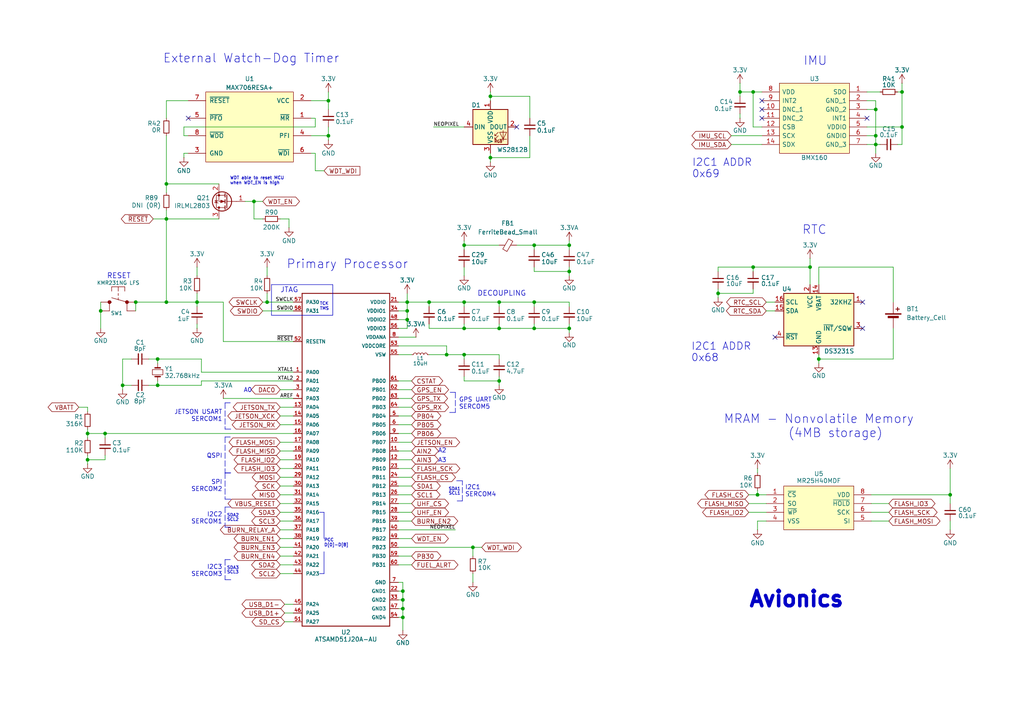
<source format=kicad_sch>
(kicad_sch (version 20231120) (generator "eeschema") (generator_version "8.0")
  (paper "A4")
  (title_block (title "Mainboard") (date "2024-06-16") (rev "v1.1") (company "Argus-1") (comment 1 "M. Holliday") (comment 2 "N. Khera"))
  (junction (at 29.21 90.17))
  (junction (at 144.78 87.63))
  (junction (at 39.37 87.63))
  (junction (at 57.15 87.63))
  (junction (at 208.28 85.09))
  (junction (at 134.62 95.25))
  (junction (at 48.26 63.5))
  (junction (at 116.84 173.99))
  (junction (at 275.59 143.51))
  (junction (at 45.72 104.14))
  (junction (at 25.4 125.73))
  (junction (at 77.47 87.63))
  (junction (at 73.66 58.42))
  (junction (at 214.63 26.67))
  (junction (at 48.26 53.34))
  (junction (at 165.1 71.12))
  (junction (at 237.49 104.14))
  (junction (at 30.48 125.73))
  (junction (at 142.24 27.94))
  (junction (at 219.71 143.51))
  (junction (at 48.26 87.63))
  (junction (at 165.1 78.74))
  (junction (at 261.62 26.67))
  (junction (at 137.16 158.75))
  (junction (at 218.44 77.47))
  (junction (at 144.78 110.49))
  (junction (at 154.94 71.12))
  (junction (at 165.1 95.25))
  (junction (at 144.78 95.25))
  (junction (at 254 39.37))
  (junction (at 134.62 102.87))
  (junction (at 142.24 45.72))
  (junction (at 234.95 77.47))
  (junction (at 218.44 26.67))
  (junction (at 134.62 87.63))
  (junction (at 129.54 102.87))
  (junction (at 134.62 71.12))
  (junction (at 118.11 90.17))
  (junction (at 154.94 95.25))
  (junction (at 254 41.91))
  (junction (at 45.72 111.76))
  (junction (at 254 31.75))
  (junction (at 116.84 179.07))
  (junction (at 261.62 36.83))
  (junction (at 116.84 176.53))
  (junction (at 116.84 171.45))
  (junction (at 95.25 29.21))
  (junction (at 95.25 39.37))
  (junction (at 25.4 133.35))
  (junction (at 118.11 92.71))
  (junction (at 154.94 87.63))
  (junction (at 124.46 87.63))
  (junction (at 35.56 111.76))
  (junction (at 118.11 87.63))
  (no_connect (at 251.46 34.29))
  (no_connect (at 220.98 34.29))
  (no_connect (at 220.98 31.75))
  (no_connect (at 224.79 97.79))
  (no_connect (at 250.19 87.63))
  (no_connect (at 149.86 36.83))
  (no_connect (at 250.19 95.25))
  (no_connect (at 220.98 29.21))
  (no_connect (at 54.61 34.29))
  (wire (pts (xy 222.25 87.63) (xy 224.79 87.63)))
  (wire (pts (xy 115.57 171.45) (xy 116.84 171.45)))
  (wire (pts (xy 217.17 146.05) (xy 222.25 146.05)))
  (wire (pts (xy 124.46 88.9) (xy 124.46 87.63)))
  (polyline (pts (xy 66.802 137.16) (xy 65.278 137.16)) (stroke (width 0) (type dash)))
  (wire (pts (xy 45.72 104.14) (xy 58.42 104.14)))
  (wire (pts (xy 275.59 143.51) (xy 275.59 146.05)))
  (wire (pts (xy 219.71 143.51) (xy 222.25 143.51)))
  (wire (pts (xy 76.2 87.63) (xy 77.47 87.63)))
  (wire (pts (xy 95.25 40.64) (xy 95.25 39.37)))
  (wire (pts (xy 257.81 151.13) (xy 252.73 151.13)))
  (wire (pts (xy 73.66 58.42) (xy 73.66 63.5)))
  (wire (pts (xy 261.62 26.67) (xy 261.62 36.83)))
  (wire (pts (xy 115.57 143.51) (xy 119.38 143.51)))
  (wire (pts (xy 81.28 146.05) (xy 85.09 146.05)))
  (wire (pts (xy 115.57 133.35) (xy 119.38 133.35)))
  (wire (pts (xy 208.28 77.47) (xy 218.44 77.47)))
  (wire (pts (xy 115.57 115.57) (xy 119.38 115.57)))
  (wire (pts (xy 115.57 146.05) (xy 119.38 146.05)))
  (wire (pts (xy 134.62 93.98) (xy 134.62 95.25)))
  (wire (pts (xy 77.47 77.47) (xy 77.47 80.01)))
  (wire (pts (xy 214.63 24.13) (xy 214.63 26.67)))
  (polyline (pts (xy 65.278 168.148) (xy 67.056 168.148)) (stroke (width 0) (type dash)))
  (wire (pts (xy 219.71 142.24) (xy 219.71 143.51)))
  (wire (pts (xy 208.28 86.36) (xy 208.28 85.09)))
  (wire (pts (xy 154.94 71.12) (xy 165.1 71.12)))
  (wire (pts (xy 144.78 71.12) (xy 134.62 71.12)))
  (wire (pts (xy 219.71 135.89) (xy 219.71 137.16)))
  (wire (pts (xy 144.78 87.63) (xy 154.94 87.63)))
  (wire (pts (xy 144.78 95.25) (xy 144.78 93.98)))
  (wire (pts (xy 81.28 63.5) (xy 83.82 63.5)))
  (wire (pts (xy 218.44 26.67) (xy 220.98 26.67)))
  (wire (pts (xy 124.46 87.63) (xy 134.62 87.63)))
  (wire (pts (xy 118.11 90.17) (xy 118.11 87.63)))
  (wire (pts (xy 25.4 124.46) (xy 25.4 125.73)))
  (wire (pts (xy 76.2 90.17) (xy 85.09 90.17)))
  (wire (pts (xy 54.61 29.21) (xy 48.26 29.21)))
  (wire (pts (xy 35.56 104.14) (xy 35.56 111.76)))
  (wire (pts (xy 64.77 99.06) (xy 64.77 87.63)))
  (wire (pts (xy 57.15 77.47) (xy 57.15 80.01)))
  (wire (pts (xy 48.26 60.96) (xy 48.26 63.5)))
  (wire (pts (xy 254 41.91) (xy 254 44.45)))
  (wire (pts (xy 259.08 77.47) (xy 259.08 87.63)))
  (wire (pts (xy 165.1 69.85) (xy 165.1 71.12)))
  (wire (pts (xy 57.15 88.9) (xy 57.15 87.63)))
  (wire (pts (xy 63.5 63.5) (xy 48.26 63.5)))
  (wire (pts (xy 252.73 143.51) (xy 275.59 143.51)))
  (wire (pts (xy 237.49 82.55) (xy 237.49 77.47)))
  (wire (pts (xy 25.4 118.11) (xy 22.86 118.11)))
  (wire (pts (xy 91.44 44.45) (xy 90.17 44.45)))
  (wire (pts (xy 81.28 166.37) (xy 85.09 166.37)))
  (wire (pts (xy 35.56 104.14) (xy 38.1 104.14)))
  (wire (pts (xy 134.62 88.9) (xy 134.62 87.63)))
  (wire (pts (xy 119.38 113.03) (xy 115.57 113.03)))
  (wire (pts (xy 119.38 110.49) (xy 115.57 110.49)))
  (wire (pts (xy 45.72 110.49) (xy 45.72 111.76)))
  (wire (pts (xy 153.67 39.37) (xy 153.67 45.72)))
  (wire (pts (xy 257.81 146.05) (xy 252.73 146.05)))
  (polyline (pts (xy 66.802 126.746) (xy 65.278 126.746)) (stroke (width 0) (type dash)))
  (wire (pts (xy 116.84 168.91) (xy 116.84 171.45)))
  (wire (pts (xy 153.67 45.72) (xy 142.24 45.72)))
  (wire (pts (xy 165.1 87.63) (xy 165.1 88.9)))
  (wire (pts (xy 134.62 71.12) (xy 134.62 72.39)))
  (wire (pts (xy 118.11 92.71) (xy 118.11 90.17)))
  (wire (pts (xy 58.42 107.95) (xy 85.09 107.95)))
  (wire (pts (xy 153.67 27.94) (xy 142.24 27.94)))
  (wire (pts (xy 261.62 41.91) (xy 260.35 41.91)))
  (polyline (pts (xy 65.278 124.46) (xy 67.056 124.46)) (stroke (width 0) (type dash)))
  (wire (pts (xy 251.46 41.91) (xy 254 41.91)))
  (wire (pts (xy 85.09 177.8) (xy 82.55 177.8)))
  (wire (pts (xy 153.67 27.94) (xy 153.67 34.29)))
  (wire (pts (xy 85.09 135.89) (xy 81.28 135.89)))
  (wire (pts (xy 154.94 71.12) (xy 154.94 72.39)))
  (wire (pts (xy 154.94 78.74) (xy 154.94 77.47)))
  (wire (pts (xy 251.46 31.75) (xy 254 31.75)))
  (wire (pts (xy 251.46 26.67) (xy 255.27 26.67)))
  (wire (pts (xy 115.57 148.59) (xy 119.38 148.59)))
  (wire (pts (xy 154.94 95.25) (xy 165.1 95.25)))
  (wire (pts (xy 25.4 132.08) (xy 25.4 133.35)))
  (wire (pts (xy 63.5 53.34) (xy 48.26 53.34)))
  (wire (pts (xy 91.44 49.53) (xy 91.44 44.45)))
  (wire (pts (xy 208.28 83.82) (xy 208.28 85.09)))
  (polyline (pts (xy 65.278 137.16) (xy 67.056 137.16)) (stroke (width 0) (type dash)))
  (wire (pts (xy 137.16 158.75) (xy 139.7 158.75)))
  (wire (pts (xy 118.11 87.63) (xy 124.46 87.63)))
  (wire (pts (xy 134.62 77.47) (xy 134.62 80.01)))
  (wire (pts (xy 165.1 78.74) (xy 154.94 78.74)))
  (wire (pts (xy 115.57 97.79) (xy 120.65 97.79)))
  (wire (pts (xy 217.17 148.59) (xy 222.25 148.59)))
  (wire (pts (xy 134.62 102.87) (xy 134.62 104.14)))
  (wire (pts (xy 222.25 151.13) (xy 219.71 151.13)))
  (wire (pts (xy 134.62 110.49) (xy 134.62 109.22)))
  (wire (pts (xy 81.28 163.83) (xy 85.09 163.83)))
  (wire (pts (xy 85.09 113.03) (xy 81.28 113.03)))
  (polyline (pts (xy 65.278 152.908) (xy 67.056 152.908)) (stroke (width 0) (type dash)))
  (wire (pts (xy 118.11 87.63) (xy 118.11 85.09)))
  (wire (pts (xy 129.54 100.33) (xy 129.54 102.87)))
  (wire (pts (xy 218.44 77.47) (xy 218.44 78.74)))
  (wire (pts (xy 217.17 143.51) (xy 219.71 143.51)))
  (wire (pts (xy 81.28 148.59) (xy 85.09 148.59)))
  (wire (pts (xy 134.62 95.25) (xy 144.78 95.25)))
  (wire (pts (xy 212.09 41.91) (xy 220.98 41.91)))
  (wire (pts (xy 64.77 99.06) (xy 85.09 99.06)))
  (wire (pts (xy 81.28 140.97) (xy 85.09 140.97)))
  (polyline (pts (xy 92.71 148.59) (xy 93.98 148.59)))
  (wire (pts (xy 77.47 87.63) (xy 85.09 87.63)))
  (wire (pts (xy 254 31.75) (xy 254 39.37)))
  (wire (pts (xy 261.62 24.13) (xy 261.62 26.67)))
  (wire (pts (xy 35.56 113.03) (xy 35.56 111.76)))
  (wire (pts (xy 119.38 138.43) (xy 115.57 138.43)))
  (wire (pts (xy 115.57 130.81) (xy 119.38 130.81)))
  (wire (pts (xy 251.46 36.83) (xy 261.62 36.83)))
  (wire (pts (xy 45.72 104.14) (xy 45.72 105.41)))
  (wire (pts (xy 142.24 45.72) (xy 142.24 44.45)))
  (wire (pts (xy 81.28 130.81) (xy 85.09 130.81)))
  (wire (pts (xy 144.78 102.87) (xy 144.78 104.14)))
  (wire (pts (xy 115.57 151.13) (xy 119.38 151.13)))
  (wire (pts (xy 81.28 153.67) (xy 85.09 153.67)))
  (wire (pts (xy 116.84 179.07) (xy 116.84 182.88)))
  (wire (pts (xy 116.84 173.99) (xy 116.84 176.53)))
  (wire (pts (xy 30.48 127) (xy 30.48 125.73)))
  (wire (pts (xy 260.35 26.67) (xy 261.62 26.67)))
  (wire (pts (xy 39.37 87.63) (xy 39.37 90.17)))
  (wire (pts (xy 257.81 148.59) (xy 252.73 148.59)))
  (wire (pts (xy 119.38 128.27) (xy 115.57 128.27)))
  (wire (pts (xy 53.34 39.37) (xy 54.61 39.37)))
  (wire (pts (xy 219.71 151.13) (xy 219.71 153.67)))
  (wire (pts (xy 154.94 93.98) (xy 154.94 95.25)))
  (wire (pts (xy 57.15 93.98) (xy 57.15 95.25)))
  (polyline (pts (xy 66.802 116.84) (xy 65.278 116.84)) (stroke (width 0) (type dash)))
  (wire (pts (xy 142.24 45.72) (xy 142.24 46.99)))
  (wire (pts (xy 220.98 36.83) (xy 218.44 36.83)))
  (wire (pts (xy 25.4 125.73) (xy 30.48 125.73)))
  (wire (pts (xy 116.84 176.53) (xy 116.84 179.07)))
  (wire (pts (xy 149.86 71.12) (xy 154.94 71.12)))
  (polyline (pts (xy 134.112 139.446) (xy 132.334 139.446)) (stroke (width 0) (type dash)))
  (polyline (pts (xy 65.278 147.066) (xy 65.278 152.908)) (stroke (width 0) (type dash)))
  (wire (pts (xy 90.17 39.37) (xy 95.25 39.37)))
  (wire (pts (xy 134.62 69.85) (xy 134.62 71.12)))
  (wire (pts (xy 259.08 95.25) (xy 259.08 104.14)))
  (wire (pts (xy 144.78 111.76) (xy 144.78 110.49)))
  (wire (pts (xy 30.48 133.35) (xy 30.48 132.08)))
  (wire (pts (xy 77.47 85.09) (xy 77.47 87.63)))
  (wire (pts (xy 29.21 87.63) (xy 29.21 90.17)))
  (polyline (pts (xy 65.278 162.306) (xy 65.278 168.148)) (stroke (width 0) (type dash)))
  (wire (pts (xy 90.17 34.29) (xy 91.44 34.29)))
  (wire (pts (xy 237.49 77.47) (xy 259.08 77.47)))
  (wire (pts (xy 115.57 173.99) (xy 116.84 173.99)))
  (wire (pts (xy 218.44 36.83) (xy 218.44 26.67)))
  (wire (pts (xy 43.18 104.14) (xy 45.72 104.14)))
  (wire (pts (xy 48.26 53.34) (xy 48.26 55.88)))
  (wire (pts (xy 275.59 135.89) (xy 275.59 143.51)))
  (polyline (pts (xy 130.556 113.792) (xy 132.08 113.792)) (stroke (width 0) (type dash)))
  (polyline (pts (xy 65.278 116.84) (xy 65.278 124.46)) (stroke (width 0) (type dash)))
  (wire (pts (xy 154.94 87.63) (xy 165.1 87.63)))
  (wire (pts (xy 254 39.37) (xy 254 41.91)))
  (wire (pts (xy 237.49 105.41) (xy 237.49 104.14)))
  (wire (pts (xy 57.15 85.09) (xy 57.15 87.63)))
  (wire (pts (xy 144.78 109.22) (xy 144.78 110.49)))
  (wire (pts (xy 115.57 163.83) (xy 119.38 163.83)))
  (wire (pts (xy 259.08 104.14) (xy 237.49 104.14)))
  (wire (pts (xy 251.46 29.21) (xy 254 29.21)))
  (wire (pts (xy 234.95 77.47) (xy 234.95 82.55)))
  (wire (pts (xy 29.21 90.17) (xy 29.21 95.25)))
  (wire (pts (xy 48.26 87.63) (xy 57.15 87.63)))
  (polyline (pts (xy 93.98 166.37) (xy 93.98 160.02)))
  (wire (pts (xy 48.26 39.37) (xy 48.26 53.34)))
  (polyline (pts (xy 134.112 145.288) (xy 134.112 139.446)) (stroke (width 0) (type dash)))
  (wire (pts (xy 53.34 39.37) (xy 53.34 36.83)))
  (wire (pts (xy 115.57 123.19) (xy 119.38 123.19)))
  (wire (pts (xy 53.34 45.72) (xy 53.34 44.45)))
  (wire (pts (xy 58.42 104.14) (xy 58.42 107.95)))
  (wire (pts (xy 165.1 77.47) (xy 165.1 78.74)))
  (wire (pts (xy 218.44 83.82) (xy 218.44 85.09)))
  (wire (pts (xy 115.57 120.65) (xy 119.38 120.65)))
  (wire (pts (xy 85.09 175.26) (xy 82.55 175.26)))
  (wire (pts (xy 129.54 102.87) (xy 134.62 102.87)))
  (wire (pts (xy 115.57 156.21) (xy 119.38 156.21)))
  (wire (pts (xy 115.57 100.33) (xy 129.54 100.33)))
  (wire (pts (xy 81.28 151.13) (xy 85.09 151.13)))
  (wire (pts (xy 261.62 36.83) (xy 261.62 41.91)))
  (wire (pts (xy 44.45 63.5) (xy 48.26 63.5)))
  (wire (pts (xy 115.57 161.29) (xy 119.38 161.29)))
  (wire (pts (xy 165.1 78.74) (xy 165.1 80.01)))
  (wire (pts (xy 91.44 49.53) (xy 93.98 49.53)))
  (polyline (pts (xy 93.98 148.59) (xy 93.98 156.21)))
  (polyline (pts (xy 132.08 119.634) (xy 130.302 119.634)) (stroke (width 0) (type dash)))
  (wire (pts (xy 82.55 180.34) (xy 85.09 180.34)))
  (polyline (pts (xy 78.74 82.55) (xy 78.74 91.44)))
  (wire (pts (xy 25.4 133.35) (xy 30.48 133.35)))
  (wire (pts (xy 115.57 118.11) (xy 119.38 118.11)))
  (wire (pts (xy 234.95 74.93) (xy 234.95 77.47)))
  (wire (pts (xy 134.62 87.63) (xy 144.78 87.63)))
  (polyline (pts (xy 96.52 82.55) (xy 78.74 82.55)))
  (wire (pts (xy 118.11 95.25) (xy 118.11 92.71)))
  (wire (pts (xy 208.28 85.09) (xy 218.44 85.09)))
  (wire (pts (xy 95.25 36.83) (xy 95.25 39.37)))
  (wire (pts (xy 58.42 111.76) (xy 58.42 110.49)))
  (wire (pts (xy 115.57 153.67) (xy 132.08 153.67)))
  (wire (pts (xy 165.1 96.52) (xy 165.1 95.25)))
  (polyline (pts (xy 92.71 166.37) (xy 93.98 166.37)))
  (wire (pts (xy 134.62 110.49) (xy 144.78 110.49)))
  (wire (pts (xy 81.28 143.51) (xy 85.09 143.51)))
  (polyline (pts (xy 66.802 147.066) (xy 65.278 147.066)) (stroke (width 0) (type dash)))
  (wire (pts (xy 119.38 135.89) (xy 115.57 135.89)))
  (wire (pts (xy 134.62 95.25) (xy 124.46 95.25)))
  (polyline (pts (xy 132.08 113.792) (xy 132.08 119.634)) (stroke (width 0) (type dash)))
  (wire (pts (xy 95.25 26.67) (xy 95.25 29.21)))
  (polyline (pts (xy 65.278 144.78) (xy 67.056 144.78)) (stroke (width 0) (type dash)))
  (wire (pts (xy 115.57 90.17) (xy 118.11 90.17)))
  (wire (pts (xy 57.15 87.63) (xy 64.77 87.63)))
  (wire (pts (xy 115.57 125.73) (xy 119.38 125.73)))
  (wire (pts (xy 116.84 171.45) (xy 116.84 173.99)))
  (wire (pts (xy 53.34 44.45) (xy 54.61 44.45)))
  (wire (pts (xy 214.63 26.67) (xy 218.44 26.67)))
  (wire (pts (xy 45.72 111.76) (xy 58.42 111.76)))
  (wire (pts (xy 81.28 123.19) (xy 85.09 123.19)))
  (wire (pts (xy 64.77 115.57) (xy 85.09 115.57)))
  (wire (pts (xy 81.28 120.65) (xy 85.09 120.65)))
  (wire (pts (xy 254 29.21) (xy 254 31.75)))
  (wire (pts (xy 137.16 166.37) (xy 137.16 168.91)))
  (wire (pts (xy 30.48 125.73) (xy 85.09 125.73)))
  (wire (pts (xy 165.1 71.12) (xy 165.1 72.39)))
  (wire (pts (xy 115.57 158.75) (xy 137.16 158.75)))
  (wire (pts (xy 115.57 168.91) (xy 116.84 168.91)))
  (wire (pts (xy 154.94 88.9) (xy 154.94 87.63)))
  (wire (pts (xy 53.34 36.83) (xy 91.44 36.83)))
  (wire (pts (xy 81.28 128.27) (xy 85.09 128.27)))
  (wire (pts (xy 165.1 93.98) (xy 165.1 95.25)))
  (polyline (pts (xy 66.802 162.306) (xy 65.278 162.306)) (stroke (width 0) (type dash)))
  (wire (pts (xy 73.66 58.42) (xy 76.2 58.42)))
  (wire (pts (xy 124.46 102.87) (xy 129.54 102.87)))
  (polyline (pts (xy 132.588 145.288) (xy 134.112 145.288)) (stroke (width 0) (type dash)))
  (wire (pts (xy 91.44 36.83) (xy 91.44 34.29)))
  (wire (pts (xy 81.28 138.43) (xy 85.09 138.43)))
  (wire (pts (xy 237.49 102.87) (xy 237.49 104.14)))
  (wire (pts (xy 124.46 93.98) (xy 124.46 95.25)))
  (wire (pts (xy 115.57 95.25) (xy 118.11 95.25)))
  (wire (pts (xy 115.57 176.53) (xy 116.84 176.53)))
  (wire (pts (xy 142.24 27.94) (xy 142.24 29.21)))
  (wire (pts (xy 115.57 179.07) (xy 116.84 179.07)))
  (wire (pts (xy 115.57 87.63) (xy 118.11 87.63)))
  (wire (pts (xy 48.26 63.5) (xy 48.26 87.63)))
  (wire (pts (xy 83.82 63.5) (xy 83.82 66.04)))
  (wire (pts (xy 43.18 111.76) (xy 45.72 111.76)))
  (wire (pts (xy 85.09 161.29) (xy 81.28 161.29)))
  (wire (pts (xy 214.63 33.02) (xy 214.63 34.29)))
  (wire (pts (xy 90.17 29.21) (xy 95.25 29.21)))
  (wire (pts (xy 39.37 87.63) (xy 48.26 87.63)))
  (wire (pts (xy 35.56 111.76) (xy 38.1 111.76)))
  (wire (pts (xy 214.63 27.94) (xy 214.63 26.67)))
  (wire (pts (xy 25.4 125.73) (xy 25.4 127)))
  (wire (pts (xy 85.09 158.75) (xy 81.28 158.75)))
  (wire (pts (xy 25.4 118.11) (xy 25.4 119.38)))
  (wire (pts (xy 58.42 110.49) (xy 85.09 110.49)))
  (wire (pts (xy 48.26 29.21) (xy 48.26 34.29)))
  (polyline (pts (xy 78.74 91.44) (xy 96.52 91.44)))
  (wire (pts (xy 73.66 63.5) (xy 76.2 63.5)))
  (wire (pts (xy 115.57 92.71) (xy 118.11 92.71)))
  (wire (pts (xy 25.4 134.62) (xy 25.4 133.35)))
  (wire (pts (xy 115.57 102.87) (xy 119.38 102.87)))
  (polyline (pts (xy 65.278 126.746) (xy 65.278 137.16)) (stroke (width 0) (type dash)))
  (wire (pts (xy 144.78 88.9) (xy 144.78 87.63)))
  (wire (pts (xy 71.12 58.42) (xy 73.66 58.42)))
  (polyline (pts (xy 65.278 137.16) (xy 65.278 144.78)) (stroke (width 0) (type dash)))
  (wire (pts (xy 275.59 151.13) (xy 275.59 153.67)))
  (wire (pts (xy 115.57 140.97) (xy 119.38 140.97)))
  (wire (pts (xy 81.28 156.21) (xy 85.09 156.21)))
  (wire (pts (xy 81.28 133.35) (xy 85.09 133.35)))
  (wire (pts (xy 251.46 39.37) (xy 254 39.37)))
  (wire (pts (xy 144.78 95.25) (xy 154.94 95.25)))
  (wire (pts (xy 218.44 77.47) (xy 234.95 77.47)))
  (wire (pts (xy 137.16 158.75) (xy 137.16 161.29)))
  (wire (pts (xy 255.27 41.91) (xy 254 41.91)))
  (wire (pts (xy 95.25 29.21) (xy 95.25 31.75)))
  (wire (pts (xy 81.28 118.11) (xy 85.09 118.11)))
  (wire (pts (xy 208.28 78.74) (xy 208.28 77.47)))
  (wire (pts (xy 134.62 102.87) (xy 144.78 102.87)))
  (wire (pts (xy 222.25 90.17) (xy 224.79 90.17)))
  (wire (pts (xy 212.09 39.37) (xy 220.98 39.37)))
  (wire (pts (xy 142.24 26.67) (xy 142.24 27.94)))
  (wire (pts (xy 125.73 36.83) (xy 134.62 36.83)))
  (polyline (pts (xy 96.52 91.44) (xy 96.52 82.55)))
  (text "SDA2" (at 65.786 150.114 0) (effects (font (size 0.889 0.889)) (justify left bottom)))
  (text "A3" (at 128.27 133.604 0) (effects (font (size 1.27 1.27))))
  (text "RTC" (at 236.22 66.802 0) (effects (font (size 2.54 2.54))))
  (text "I2C2\nSERCOM1" (at 64.516 150.368 0) (effects (font (size 1.27 1.27)) (justify right)))
  (text "SDA3" (at 65.786 165.354 0) (effects (font (size 0.889 0.889)) (justify left bottom)))
  (text "Primary Processor" (at 83.058 78.232 0) (effects (font (size 2.54 2.54)) (justify left bottom)))
  (text "SCL3" (at 65.786 166.624 0) (effects (font (size 0.889 0.889)) (justify left bottom)))
  (text "I2C1 ADDR" (at 217.932 101.854 0) (effects (font (size 2.159 2.159)) (justify right bottom)))
  (text "SCL2" (at 65.786 151.384 0) (effects (font (size 0.889 0.889)) (justify left bottom)))
  (text "0x69" (at 208.788 51.816 0) (effects (font (size 2.159 2.159)) (justify right bottom)))
  (text "A2" (at 128.27 130.81 0) (effects (font (size 1.27 1.27))))
  (text "GPS UART\nSERCOM5" (at 133.096 117.094 0) (effects (font (size 1.27 1.27)) (justify left)))
  (text "IMU" (at 236.474 17.78 0) (effects (font (size 2.54 2.54))))
  (text "I2C1\nSERCOM4" (at 134.874 142.494 0) (effects (font (size 1.27 1.27)) (justify left)))
  (text "SPI\nSERCOM2" (at 64.516 140.97 0) (effects (font (size 1.27 1.27)) (justify right)))
  (text "A0" (at 71.882 113.284 0) (effects (font (size 1.27 1.27))))
  (text "RESET" (at 30.988 81.026 0) (effects (font (size 1.4986 1.4986)) (justify left bottom)))
  (text "WDT able to reset MCU\nwhen WDT_EN is high" (at 66.675 53.721 0) (effects (font (size 0.889 0.889)) (justify left bottom)))
  (text "JETSON USART\nSERCOM1" (at 64.516 120.65 0) (effects (font (size 1.27 1.27)) (justify right)))
  (text "0x68" (at 208.534 105.156 0) (effects (font (size 2.159 2.159)) (justify right bottom)))
  (text "I2C1 ADDR" (at 218.186 48.514 0) (effects (font (size 2.159 2.159)) (justify right bottom)))
  (text "Avionics" (at 216.916 176.53 0) (effects (font (size 4.445 4.445) (thickness 1.016) (bold yes)) (justify left bottom)))
  (text "SDA1" (at 133.604 142.494 0) (effects (font (size 0.889 0.889)) (justify right bottom)))
  (text "SCL1" (at 133.604 143.764 0) (effects (font (size 0.889 0.889)) (justify right bottom)))
  (text "TCK\nTMS" (at 92.71 90.17 0) (effects (font (size 0.889 0.889)) (justify left bottom)))
  (text "QSPI" (at 62.23 132.334 0) (effects (font (size 1.27 1.27))))
  (text "External Watch-Dog Timer" (at 47.244 18.542 0) (effects (font (size 2.54 2.54)) (justify left bottom)))
  (text "I2C3\nSERCOM3" (at 64.516 165.608 0) (effects (font (size 1.27 1.27)) (justify right)))
  (text "PCC\nD[0]-D[8]" (at 93.98 158.75 0) (effects (font (size 0.889 0.889)) (justify left bottom)))
  (text "JTAG\n" (at 81.28 85.09 0) (effects (font (size 1.4986 1.4986)) (justify left bottom)))
  (text "DECOUPLING\n" (at 138.43 86.106 0) (effects (font (size 1.4986 1.4986)) (justify left bottom)))
  (text "MRAM - Nonvolatile Memory\n     (4MB storage)" (at 237.49 123.698 0) (effects (font (size 2.54 2.54))))
  (label "SWDIO" (at 85.09 90.17 180) (effects (font (size 1.016 1.016))))
  (label "XTAL2" (at 85.09 110.49 180) (effects (font (size 1.016 1.016))))
  (label "NEOPIXEL" (at 132.08 153.67 180) (effects (font (size 1.016 1.016))))
  (label "SWCLK" (at 85.09 87.63 180) (effects (font (size 1.016 1.016))))
  (label "AREF" (at 85.09 115.57 180) (effects (font (size 1.016 1.016))))
  (label "~{RESET}" (at 85.09 99.06 180) (effects (font (size 1.016 1.016))))
  (label "NEOPIXEL" (at 125.73 36.83 0) (effects (font (size 1.016 1.016))))
  (label "XTAL1" (at 85.09 107.95 180) (effects (font (size 1.016 1.016))))
  (global_label "JETSON_TX" (shape bidirectional) (at 81.28 118.11 180) (property "Intersheetrefs" "${INTERSHEET_REFS}" (effects (hide yes))))
  (global_label "JETSON_XCK" (shape bidirectional) (at 81.28 120.65 180) (property "Intersheetrefs" "${INTERSHEET_REFS}" (effects (hide yes))))
  (global_label "GPS_TX" (shape bidirectional) (at 119.38 115.57 0) (property "Intersheetrefs" "${INTERSHEET_REFS}" (effects (hide yes))))
  (global_label "SD_CS" (shape bidirectional) (at 82.55 180.34 180) (property "Intersheetrefs" "${INTERSHEET_REFS}" (effects (hide yes))))
  (global_label "PB30" (shape bidirectional) (at 119.38 161.29 0) (property "Intersheetrefs" "${INTERSHEET_REFS}" (effects (hide yes))))
  (global_label "SCL1" (shape bidirectional) (at 119.38 143.51 0) (property "Intersheetrefs" "${INTERSHEET_REFS}" (effects (hide yes))))
  (global_label "PB06" (shape bidirectional) (at 119.38 125.73 0) (property "Intersheetrefs" "${INTERSHEET_REFS}" (effects (hide yes))))
  (global_label "SWDIO" (shape bidirectional) (at 76.2 90.17 180) (property "Intersheetrefs" "${INTERSHEET_REFS}" (effects (hide yes))))
  (global_label "FLASH_CS" (shape bidirectional) (at 217.17 143.51 180) (property "Intersheetrefs" "${INTERSHEET_REFS}" (effects (hide yes))))
  (global_label "FLASH_IO3" (shape bidirectional) (at 81.28 135.89 180) (property "Intersheetrefs" "${INTERSHEET_REFS}" (effects (hide yes))))
  (global_label "VBUS_RESET" (shape bidirectional) (at 81.28 146.05 180) (property "Intersheetrefs" "${INTERSHEET_REFS}" (effects (hide yes))))
  (global_label "FLASH_IO2" (shape bidirectional) (at 81.28 133.35 180) (property "Intersheetrefs" "${INTERSHEET_REFS}" (effects (hide yes))))
  (global_label "~{RESET}" (shape bidirectional) (at 44.45 63.5 180) (property "Intersheetrefs" "${INTERSHEET_REFS}" (effects (hide yes))))
  (global_label "WDT_WDI" (shape input) (at 93.98 49.53 0) (property "Intersheetrefs" "${INTERSHEET_REFS}" (effects (hide yes))))
  (global_label "BURN_EN2" (shape bidirectional) (at 119.38 151.13 0) (property "Intersheetrefs" "${INTERSHEET_REFS}" (effects (hide yes))))
  (global_label "VBATT" (shape bidirectional) (at 22.86 118.11 180) (property "Intersheetrefs" "${INTERSHEET_REFS}" (effects (hide yes))))
  (global_label "BURN_EN3" (shape bidirectional) (at 81.28 158.75 180) (property "Intersheetrefs" "${INTERSHEET_REFS}" (effects (hide yes))))
  (global_label "FLASH_MOSI" (shape bidirectional) (at 81.28 128.27 180) (property "Intersheetrefs" "${INTERSHEET_REFS}" (effects (hide yes))))
  (global_label "FLASH_SCK" (shape bidirectional) (at 257.81 148.59 0) (property "Intersheetrefs" "${INTERSHEET_REFS}" (effects (hide yes))))
  (global_label "GPS_EN" (shape bidirectional) (at 119.38 113.03 0) (property "Intersheetrefs" "${INTERSHEET_REFS}" (effects (hide yes))))
  (global_label "USB_D1-" (shape bidirectional) (at 82.55 175.26 180) (property "Intersheetrefs" "${INTERSHEET_REFS}" (effects (hide yes))))
  (global_label "FLASH_MOSI" (shape bidirectional) (at 257.81 151.13 0) (property "Intersheetrefs" "${INTERSHEET_REFS}" (effects (hide yes))))
  (global_label "WDT_WDI" (shape bidirectional) (at 139.7 158.75 0) (property "Intersheetrefs" "${INTERSHEET_REFS}" (effects (hide yes))))
  (global_label "SDA2" (shape bidirectional) (at 81.28 163.83 180) (property "Intersheetrefs" "${INTERSHEET_REFS}" (effects (hide yes))))
  (global_label "CSTAT" (shape bidirectional) (at 119.38 110.49 0) (property "Intersheetrefs" "${INTERSHEET_REFS}" (effects (hide yes))))
  (global_label "SDA1" (shape bidirectional) (at 119.38 140.97 0) (property "Intersheetrefs" "${INTERSHEET_REFS}" (effects (hide yes))))
  (global_label "SWCLK" (shape bidirectional) (at 76.2 87.63 180) (property "Intersheetrefs" "${INTERSHEET_REFS}" (effects (hide yes))))
  (global_label "PB04" (shape bidirectional) (at 119.38 120.65 0) (property "Intersheetrefs" "${INTERSHEET_REFS}" (effects (hide yes))))
  (global_label "FLASH_MISO" (shape bidirectional) (at 81.28 130.81 180) (property "Intersheetrefs" "${INTERSHEET_REFS}" (effects (hide yes))))
  (global_label "SCL2" (shape bidirectional) (at 81.28 166.37 180) (property "Intersheetrefs" "${INTERSHEET_REFS}" (effects (hide yes))))
  (global_label "SCK" (shape bidirectional) (at 81.28 140.97 180) (property "Intersheetrefs" "${INTERSHEET_REFS}" (effects (hide yes))))
  (global_label "USB_D1+" (shape bidirectional) (at 82.55 177.8 180) (property "Intersheetrefs" "${INTERSHEET_REFS}" (effects (hide yes))))
  (global_label "FLASH_IO2" (shape bidirectional) (at 217.17 148.59 180) (property "Intersheetrefs" "${INTERSHEET_REFS}" (effects (hide yes))))
  (global_label "FLASH_CS" (shape bidirectional) (at 119.38 138.43 0) (property "Intersheetrefs" "${INTERSHEET_REFS}" (effects (hide yes))))
  (global_label "AIN2" (shape bidirectional) (at 119.38 130.81 0) (property "Intersheetrefs" "${INTERSHEET_REFS}" (effects (hide yes))))
  (global_label "SDA3" (shape bidirectional) (at 81.28 148.59 180) (property "Intersheetrefs" "${INTERSHEET_REFS}" (effects (hide yes))))
  (global_label "FLASH_IO3" (shape bidirectional) (at 257.81 146.05 0) (property "Intersheetrefs" "${INTERSHEET_REFS}" (effects (hide yes))))
  (global_label "MISO" (shape bidirectional) (at 81.28 143.51 180) (property "Intersheetrefs" "${INTERSHEET_REFS}" (effects (hide yes))))
  (global_label "JETSON_RX" (shape bidirectional) (at 81.28 123.19 180) (property "Intersheetrefs" "${INTERSHEET_REFS}" (effects (hide yes))))
  (global_label "PB05" (shape bidirectional) (at 119.38 123.19 0) (property "Intersheetrefs" "${INTERSHEET_REFS}" (effects (hide yes))))
  (global_label "BURN_EN4" (shape bidirectional) (at 81.28 161.29 180) (property "Intersheetrefs" "${INTERSHEET_REFS}" (effects (hide yes))))
  (global_label "UHF_EN" (shape bidirectional) (at 119.38 148.59 0) (property "Intersheetrefs" "${INTERSHEET_REFS}" (effects (hide yes))))
  (global_label "BURN_EN1" (shape bidirectional) (at 81.28 156.21 180) (property "Intersheetrefs" "${INTERSHEET_REFS}" (effects (hide yes))))
  (global_label "DAC0" (shape bidirectional) (at 81.28 113.03 180) (property "Intersheetrefs" "${INTERSHEET_REFS}" (effects (hide yes))))
  (global_label "BURN_RELAY_A" (shape bidirectional) (at 81.28 153.67 180) (property "Intersheetrefs" "${INTERSHEET_REFS}" (effects (hide yes))))
  (global_label "RTC_SDA" (shape bidirectional) (at 222.25 90.17 180) (property "Intersheetrefs" "${INTERSHEET_REFS}" (effects (hide yes))))
  (global_label "FLASH_MISO" (shape bidirectional) (at 217.17 146.05 180) (property "Intersheetrefs" "${INTERSHEET_REFS}" (effects (hide yes))))
  (global_label "FLASH_SCK" (shape bidirectional) (at 119.38 135.89 0) (property "Intersheetrefs" "${INTERSHEET_REFS}" (effects (hide yes))))
  (global_label "WDT_EN" (shape bidirectional) (at 119.38 156.21 0) (property "Intersheetrefs" "${INTERSHEET_REFS}" (effects (hide yes))))
  (global_label "AIN3" (shape bidirectional) (at 119.38 133.35 0) (property "Intersheetrefs" "${INTERSHEET_REFS}" (effects (hide yes))))
  (global_label "UHF_CS" (shape bidirectional) (at 119.38 146.05 0) (property "Intersheetrefs" "${INTERSHEET_REFS}" (effects (hide yes))))
  (global_label "FUEL_ALRT" (shape bidirectional) (at 119.38 163.83 0) (property "Intersheetrefs" "${INTERSHEET_REFS}" (effects (hide yes))))
  (global_label "MOSI" (shape bidirectional) (at 81.28 138.43 180) (property "Intersheetrefs" "${INTERSHEET_REFS}" (effects (hide yes))))
  (global_label "SCL3" (shape bidirectional) (at 81.28 151.13 180) (property "Intersheetrefs" "${INTERSHEET_REFS}" (effects (hide yes))))
  (global_label "RTC_SCL" (shape bidirectional) (at 222.25 87.63 180) (property "Intersheetrefs" "${INTERSHEET_REFS}" (effects (hide yes))))
  (global_label "GPS_RX" (shape bidirectional) (at 119.38 118.11 0) (property "Intersheetrefs" "${INTERSHEET_REFS}" (effects (hide yes))))
  (global_label "WDT_EN" (shape bidirectional) (at 76.2 58.42 0) (property "Intersheetrefs" "${INTERSHEET_REFS}" (effects (hide yes))))
  (global_label "IMU_SCL" (shape bidirectional) (at 212.09 39.37 180) (property "Intersheetrefs" "${INTERSHEET_REFS}" (effects (hide yes))))
  (global_label "IMU_SDA" (shape bidirectional) (at 212.09 41.91 180) (property "Intersheetrefs" "${INTERSHEET_REFS}" (effects (hide yes))))
  (global_label "JETSON_EN" (shape bidirectional) (at 119.38 128.27 0) (property "Intersheetrefs" "${INTERSHEET_REFS}" (effects (hide yes))))
  (symbol (lib_id "Device:C_Small") (at 165.1 91.44 0) (unit 1)
    (property "Reference" "C10" (at 167.132 90.424 0) (effects (justify left)))
    (property "Value" "10uF" (at 167.132 92.456 0) (effects (justify left)))
    (property "Footprint" "Capacitor_SMD:C_0603_1608Metric" (effects (hide yes)))
    (property "Description" "Unpolarized capacitor, small symbol" (effects (hide yes)))
  )
  (symbol (lib_id "Device:C_Small") (at 154.94 91.44 0) (unit 1)
    (property "Reference" "C9" (at 156.972 90.424 0) (effects (justify left)))
    (property "Value" "0.1uF" (at 156.972 92.456 0) (effects (justify left)))
    (property "Footprint" "Capacitor_SMD:C_0603_1608Metric" (effects (hide yes)))
    (property "Description" "Unpolarized capacitor, small symbol" (effects (hide yes)))
  )
  (symbol (lib_id "Device:C_Small") (at 144.78 91.44 0) (unit 1)
    (property "Reference" "C8" (at 146.812 90.424 0) (effects (justify left)))
    (property "Value" "0.1uF" (at 146.812 92.456 0) (effects (justify left)))
    (property "Footprint" "Capacitor_SMD:C_0603_1608Metric" (effects (hide yes)))
    (property "Description" "Unpolarized capacitor, small symbol" (effects (hide yes)))
  )
  (symbol (lib_id "Device:C_Small") (at 57.15 91.44 0) (mirror x) (unit 1)
    (property "Reference" "C4" (at 55.118 90.424 0) (effects (justify right)))
    (property "Value" "1uF" (at 55.118 92.456 0) (effects (justify right)))
    (property "Footprint" "Capacitor_SMD:C_0603_1608Metric" (effects (hide yes)))
    (property "Description" "Unpolarized capacitor, small symbol" (effects (hide yes)))
  )
  (symbol (lib_id "Device:C_Small") (at 134.62 106.68 0) (mirror x) (unit 1)
    (property "Reference" "C11" (at 136.652 105.664 0) (effects (justify left)))
    (property "Value" "0.1uF" (at 136.652 107.696 0) (effects (justify left)))
    (property "Footprint" "Capacitor_SMD:C_0603_1608Metric" (effects (hide yes)))
    (property "Description" "Unpolarized capacitor, small symbol" (effects (hide yes)))
  )
  (symbol (lib_id "Device:L_Small") (at 121.92 102.87 270) (mirror x) (unit 1)
    (property "Reference" "L1" (at 121.92 103.886 90) (effects (font (size 1.0668 1.0668))))
    (property "Value" "10uH" (at 121.92 105.41 90) (effects (font (size 1.0668 1.0668))))
    (property "Footprint" "Inductor_SMD:L_0805_2012Metric_Pad1.15x1.40mm_HandSolder" (effects (hide yes)))
    (property "Description" "Inductor, small symbol" (effects (hide yes)))
    (property "Flight" "MGFL2012F100MT-LF" (effects (hide yes)))
    (property "Manufacturer_Name" "MicroGate" (effects (hide yes)))
    (property "Manufacturer_Part_Number" "MGFL2012F100MT-LF" (effects (hide yes)))
    (property "Proto" "MGFL2012F100MT-LF" (effects (hide yes)))
  )
  (symbol (lib_id "Device:C_Small") (at 144.78 106.68 0) (mirror y) (unit 1)
    (property "Reference" "C12" (at 146.812 105.664 0) (effects (justify right)))
    (property "Value" "4.7uF" (at 146.812 107.696 0) (effects (justify right)))
    (property "Footprint" "Capacitor_SMD:C_0603_1608Metric" (effects (hide yes)))
    (property "Description" "Unpolarized capacitor, small symbol" (effects (hide yes)))
  )
  (symbol (lib_id "Mainboard:KMR231") (at 34.29 87.63 0) (mirror y) (unit 1)
    (property "Reference" "SW1" (at 35.56 91.44 0) (effects (font (size 1.0668 1.0668)) (justify left bottom)))
    (property "Value" "KMR231NG LFS" (at 34.29 82.042 0) (effects (font (size 1.0668 1.0668))))
    (property "Footprint" "Button_Switch_SMD:SW_Push_1P1T_NO_CK_KMR2" (effects (hide yes)))
    (property "Datasheet" "https://www.ckswitches.com/media/1479/kmr2.pdf" (effects (hide yes)))
    (property "Description" "Tactile Switch SPST-NO" (effects (hide yes)))
    (property "Flight" "KMR231NG LFS" (effects (hide yes)))
    (property "Manufacturer_Name" "C&K" (effects (hide yes)))
    (property "Manufacturer_Part_Number" "KMR231NG LFS" (effects (hide yes)))
    (property "Proto" "KMR231NG LFS" (effects (hide yes)))
  )
  (symbol (lib_id "Device:C_Small") (at 40.64 104.14 270) (mirror x) (unit 1)
    (property "Reference" "C1" (at 40.64 99.314 90))
    (property "Value" "8pF" (at 40.64 101.092 90))
    (property "Footprint" "Capacitor_SMD:C_0603_1608Metric" (effects (hide yes)))
    (property "Description" "Unpolarized capacitor, small symbol" (effects (hide yes)))
  )
  (symbol (lib_id "Device:C_Small") (at 40.64 111.76 270) (mirror x) (unit 1)
    (property "Reference" "C2" (at 40.64 114.554 90))
    (property "Value" "8pF" (at 40.64 116.332 90))
    (property "Footprint" "Capacitor_SMD:C_0603_1608Metric" (effects (hide yes)))
    (property "Description" "Unpolarized capacitor, small symbol" (effects (hide yes)))
  )
  (symbol (lib_id "Device:R_Small") (at 77.47 82.55 0) (unit 1)
    (property "Reference" "R4" (at 74.93 81.534 0))
    (property "Value" "10K" (at 74.422 83.566 0))
    (property "Footprint" "Resistor_SMD:R_0603_1608Metric" (effects (hide yes)))
    (property "Description" "Resistor, small symbol" (effects (hide yes)))
  )
  (symbol (lib_id "Device:R_Small") (at 57.15 82.55 0) (unit 1)
    (property "Reference" "R3" (at 54.356 81.534 0))
    (property "Value" "10K" (at 53.848 83.566 0))
    (property "Footprint" "Resistor_SMD:R_0603_1608Metric" (effects (hide yes)))
    (property "Description" "Resistor, small symbol" (effects (hide yes)))
  )
  (symbol (lib_id "Mainboard:ATSAMD51J20A") (at 100.33 133.35 0) (unit 1)
    (property "Reference" "U2" (at 100.33 183.388 0))
    (property "Value" "ATSAMD51J20A-AU" (at 100.33 185.42 0))
    (property "Footprint" "Package_QFP:TQFP-64_10x10mm_P0.5mm" (effects (hide yes)))
    (property "Datasheet" "https://ww1.microchip.com/downloads/en/DeviceDoc/SAM_D5x_E5x_Family_Data_Sheet_DS60001507G.pdf" (effects (hide yes)))
    (property "Description" "Microcontroller" (effects (hide yes)))
    (property "Flight" "ATSAMD51J20A-AU" (effects (hide yes)))
    (property "Manufacturer_Name" "Microchip Technology" (effects (hide yes)))
    (property "Manufacturer_Part_Number" "ATSAMD51J20A-AU" (effects (hide yes)))
    (property "Proto" "ATSAMD51J20A-AU" (effects (hide yes)))
  )
  (symbol (lib_id "Device:C_Small") (at 134.62 91.44 0) (unit 1)
    (property "Reference" "C7" (at 136.652 90.424 0) (effects (justify left)))
    (property "Value" "0.1uF" (at 136.652 92.456 0) (effects (justify left)))
    (property "Footprint" "Capacitor_SMD:C_0603_1608Metric" (effects (hide yes)))
    (property "Description" "Unpolarized capacitor, small symbol" (effects (hide yes)))
  )
  (symbol (lib_id "power:+3.3V") (at 118.11 85.09 0) (unit 1)
    (property "Reference" "#SUPPLY04" (effects (hide yes)))
    (property "Value" "3.3V" (at 118.11 81.28 0))
    (property "Description" "Power symbol creates a global label with name \"+3.3V\"" (effects (hide yes)))
  )
  (symbol (lib_id "power:GND") (at 29.21 95.25 0) (unit 1)
    (property "Reference" "#GND02" (effects (hide yes)))
    (property "Value" "GND" (at 29.21 98.806 0))
    (property "Description" "Power symbol creates a global label with name \"GND\" , ground" (effects (hide yes)))
  )
  (symbol (lib_id "Device:Crystal_Small") (at 45.72 107.95 270) (unit 1)
    (property "Reference" "Y1" (at 47.752 106.934 90) (effects (justify left)))
    (property "Value" "32.768kHz" (at 47.752 108.966 90) (effects (justify left)))
    (property "Footprint" "Crystal:Crystal_SMD_3215-2Pin_3.2x1.5mm" (effects (hide yes)))
    (property "Description" "Two pin crystal, small symbol" (effects (hide yes)))
    (property "Flight" "ABS07-32.768KHZ-T" (effects (hide yes)))
    (property "Manufacturer_Name" "Abracon LLC" (effects (hide yes)))
    (property "Manufacturer_Part_Number" "SC-32S32.768kHz20PPM7pF" (effects (hide yes)))
    (property "Proto" "SC-32S32.768kHz20PPM7pF" (effects (hide yes)))
  )
  (symbol (lib_id "Device:C_Small") (at 124.46 91.44 0) (unit 1)
    (property "Reference" "C6" (at 126.746 90.424 0) (effects (justify left)))
    (property "Value" "0.1uF" (at 126.746 92.456 0) (effects (justify left)))
    (property "Footprint" "Capacitor_SMD:C_0603_1608Metric" (effects (hide yes)))
    (property "Description" "Unpolarized capacitor, small symbol" (effects (hide yes)))
  )
  (symbol (lib_id "Mainboard:BMX160") (at 236.22 34.29 0) (mirror y) (unit 1)
    (property "Reference" "U3" (at 236.22 22.86 0))
    (property "Value" "BMX160" (at 236.22 45.72 0))
    (property "Footprint" "Package_LGA:Bosch_LGA-14_3x2.5mm_P0.5mm" (effects (hide yes)))
    (property "Datasheet" "https://ae-bst.resource.bosch.com/media/_tech/media/datasheets/BST-BMX160-DS000.pdf" (effects (hide yes)))
    (property "Description" "IMUs - Inertial Measurement Units 9-axis (9DOF) Absolute Orientation MEMS Sensor" (effects (hide yes)))
    (property "Flight" "BMX160" (effects (hide yes)))
    (property "Manufacturer_Name" "Bosch Sensortec" (effects (hide yes)))
    (property "Manufacturer_Part_Number" "BMX160" (effects (hide yes)))
    (property "Proto" "BMX160" (effects (hide yes)))
  )
  (symbol (lib_id "Device:R_Small") (at 257.81 26.67 270) (mirror x) (unit 1)
    (property "Reference" "R41" (at 257.81 22.86 90))
    (property "Value" "10K" (at 257.81 24.638 90))
    (property "Footprint" "Resistor_SMD:R_0603_1608Metric" (effects (hide yes)))
    (property "Description" "Resistor, small symbol" (effects (hide yes)))
  )
  (symbol (lib_id "Device:C_Small") (at 214.63 30.48 0) (mirror y) (unit 1)
    (property "Reference" "C14" (at 212.598 30.226 0) (effects (justify left bottom)))
    (property "Value" "0.1uF" (at 212.598 32.258 0) (effects (justify left bottom)))
    (property "Footprint" "Capacitor_SMD:C_0603_1608Metric" (effects (hide yes)))
    (property "Description" "Unpolarized capacitor, small symbol" (effects (hide yes)))
  )
  (symbol (lib_id "power:GND") (at 144.78 111.76 0) (unit 1)
    (property "Reference" "#GND09" (effects (hide yes)))
    (property "Value" "GND" (at 144.78 115.316 0))
    (property "Description" "Power symbol creates a global label with name \"GND\" , ground" (effects (hide yes)))
  )
  (symbol (lib_id "Device:R_Small") (at 137.16 163.83 0) (mirror y) (unit 1)
    (property "Reference" "R7" (at 141.224 163.576 0) (effects (justify left bottom)))
    (property "Value" "10K" (at 142.494 165.354 0) (effects (justify left bottom)))
    (property "Footprint" "Resistor_SMD:R_0603_1608Metric" (effects (hide yes)))
    (property "Description" "Resistor, small symbol" (effects (hide yes)))
  )
  (symbol (lib_id "power:GND") (at 254 44.45 0) (unit 1)
    (property "Reference" "#GND019" (effects (hide yes)))
    (property "Value" "GND" (at 254 48.006 0))
    (property "Description" "Power symbol creates a global label with name \"GND\" , ground" (effects (hide yes)))
  )
  (symbol (lib_id "Device:C_Small") (at 275.59 148.59 0) (unit 1)
    (property "Reference" "C60" (at 277.876 147.828 0) (effects (justify left)))
    (property "Value" "0.1uF" (at 277.876 149.606 0) (effects (justify left)))
    (property "Footprint" "Capacitor_SMD:C_0603_1608Metric" (effects (hide yes)))
    (property "Description" "Unpolarized capacitor, small symbol" (effects (hide yes)))
  )
  (symbol (lib_id "Device:C_Small") (at 30.48 129.54 0) (mirror y) (unit 1)
    (property "Reference" "C3" (at 32.512 127.762 0) (effects (justify right top)))
    (property "Value" "0.1uF" (at 32.512 129.794 0) (effects (justify right top)))
    (property "Footprint" "Capacitor_SMD:C_0603_1608Metric" (effects (hide yes)))
    (property "Description" "Unpolarized capacitor, small symbol" (effects (hide yes)))
  )
  (symbol (lib_id "power:GND") (at 219.71 153.67 0) (unit 1)
    (property "Reference" "#PWR078" (effects (hide yes)))
    (property "Value" "GND" (at 219.71 157.48 0))
    (property "Description" "Power symbol creates a global label with name \"GND\" , ground" (effects (hide yes)))
  )
  (symbol (lib_id "power:+3.3V") (at 219.71 135.89 0) (unit 1)
    (property "Reference" "#SUPPLY08" (effects (hide yes)))
    (property "Value" "3.3V" (at 219.71 132.842 0) (effects (justify bottom)))
    (property "Description" "Power symbol creates a global label with name \"+3.3V\"" (effects (hide yes)))
  )
  (symbol (lib_id "power:+3.3V") (at 142.24 26.67 0) (mirror y) (unit 1)
    (property "Reference" "#SUPPLY039" (effects (hide yes)))
    (property "Value" "3.3V" (at 142.24 22.86 0))
    (property "Description" "Power symbol creates a global label with name \"+3.3V\"" (effects (hide yes)))
  )
  (symbol (lib_id "Device:C_Small") (at 165.1 74.93 0) (unit 1)
    (property "Reference" "C47" (at 167.132 73.914 0) (effects (justify left)))
    (property "Value" "0.1uF" (at 167.132 75.946 0) (effects (justify left)))
    (property "Footprint" "Capacitor_SMD:C_0603_1608Metric" (effects (hide yes)))
    (property "Description" "Unpolarized capacitor, small symbol" (effects (hide yes)))
  )
  (symbol (lib_id "power:GND") (at 237.49 105.41 0) (unit 1)
    (property "Reference" "#GND013" (effects (hide yes)))
    (property "Value" "GND" (at 237.49 108.966 0))
    (property "Description" "Power symbol creates a global label with name \"GND\" , ground" (effects (hide yes)))
  )
  (symbol (lib_id "power:GND") (at 83.82 66.04 0) (mirror y) (unit 1)
    (property "Reference" "#PWR03" (effects (hide yes)))
    (property "Value" "GND" (at 83.82 69.85 0))
    (property "Description" "Power symbol creates a global label with name \"GND\" , ground" (effects (hide yes)))
  )
  (symbol (lib_id "power:+3.3V") (at 214.63 24.13 0) (unit 1)
    (property "Reference" "#SUPPLY06" (effects (hide yes)))
    (property "Value" "3.3V" (at 214.63 20.32 0))
    (property "Description" "Power symbol creates a global label with name \"+3.3V\"" (effects (hide yes)))
  )
  (symbol (lib_id "power:+3.3V") (at 57.15 77.47 0) (unit 1)
    (property "Reference" "#SUPPLY012" (effects (hide yes)))
    (property "Value" "3.3V" (at 57.15 73.66 0))
    (property "Description" "Power symbol creates a global label with name \"+3.3V\"" (effects (hide yes)))
  )
  (symbol (lib_id "Device:C_Small") (at 218.44 81.28 0) (unit 1)
    (property "Reference" "C17" (at 220.726 80.518 0) (effects (justify left)))
    (property "Value" "0.1uF" (at 220.726 82.296 0) (effects (justify left)))
    (property "Footprint" "Capacitor_SMD:C_0603_1608Metric" (effects (hide yes)))
    (property "Description" "Unpolarized capacitor, small symbol" (effects (hide yes)))
  )
  (symbol (lib_id "Device:R_Small") (at 25.4 121.92 0) (unit 1)
    (property "Reference" "R1" (at 22.86 120.904 0))
    (property "Value" "316K" (at 21.59 122.936 0))
    (property "Footprint" "Resistor_SMD:R_0603_1608Metric" (effects (hide yes)))
    (property "Description" "Resistor, small symbol" (effects (hide yes)))
  )
  (symbol (lib_id "power:GND") (at 116.84 182.88 0) (unit 1)
    (property "Reference" "#GND015" (effects (hide yes)))
    (property "Value" "GND" (at 116.84 186.436 0))
    (property "Description" "Power symbol creates a global label with name \"GND\" , ground" (effects (hide yes)))
  )
  (symbol (lib_id "power:GND") (at 25.4 134.62 0) (unit 1)
    (property "Reference" "#GND05" (effects (hide yes)))
    (property "Value" "GND" (at 25.4 138.176 0))
    (property "Description" "Power symbol creates a global label with name \"GND\" , ground" (effects (hide yes)))
  )
  (symbol (lib_id "Device:R_Small") (at 219.71 139.7 0) (mirror x) (unit 1)
    (property "Reference" "R6" (at 216.916 138.684 0))
    (property "Value" "10K" (at 216.408 140.716 0))
    (property "Footprint" "Resistor_SMD:R_0603_1608Metric" (effects (hide yes)))
    (property "Description" "Resistor, small symbol" (effects (hide yes)))
  )
  (symbol (lib_id "Device:C_Small") (at 95.25 34.29 0) (unit 1)
    (property "Reference" "C13" (at 97.282 33.274 0) (effects (justify left)))
    (property "Value" "0.1uF" (at 97.282 35.306 0) (effects (justify left)))
    (property "Footprint" "Capacitor_SMD:C_0603_1608Metric" (effects (hide yes)))
  )
  (symbol (lib_id "power:GND") (at 165.1 80.01 0) (unit 1)
    (property "Reference" "#GND011" (effects (hide yes)))
    (property "Value" "GND" (at 165.1 83.566 0))
    (property "Description" "Power symbol creates a global label with name \"GND\" , ground" (effects (hide yes)))
  )
  (symbol (lib_id "power:GND") (at 275.59 153.67 0) (unit 1)
    (property "Reference" "#PWR085" (effects (hide yes)))
    (property "Value" "GND" (at 275.59 157.48 0))
    (property "Description" "Power symbol creates a global label with name \"GND\" , ground" (effects (hide yes)))
  )
  (symbol (lib_id "Timer_RTC:DS3231M") (at 237.49 92.71 0) (unit 1)
    (property "Reference" "U4" (at 226.822 83.82 0) (effects (justify left)))
    (property "Value" "DS3231S" (at 239.014 101.854 0) (effects (justify left)))
    (property "Footprint" "Package_SO:SOIC-16W_7.5x10.3mm_P1.27mm" (effects (hide yes)))
    (property "Datasheet" "http://datasheets.maximintegrated.com/en/ds/DS3231.pdf" (effects (hide yes)))
    (property "Description" "Extremely Accurate I2C-Integrated RTC/TCXO/Crystal SOIC-16" (effects (hide yes)))
  )
  (symbol (lib_id "power:GND") (at 57.15 95.25 0) (unit 1)
    (property "Reference" "#GND04" (effects (hide yes)))
    (property "Value" "GND" (at 57.15 98.806 0))
    (property "Description" "Power symbol creates a global label with name \"GND\" , ground" (effects (hide yes)))
  )
  (symbol (lib_id "Device:R_Small") (at 25.4 129.54 180) (unit 1)
    (property "Reference" "R2" (at 22.86 128.524 0))
    (property "Value" "110K" (at 21.59 130.556 0))
    (property "Footprint" "Resistor_SMD:R_0603_1608Metric" (effects (hide yes)))
    (property "Description" "Resistor, small symbol" (effects (hide yes)))
  )
  (symbol (lib_id "Mainboard:MR25H40MDF") (at 237.49 147.32 0) (unit 1)
    (property "Reference" "U5" (at 237.49 137.414 0))
    (property "Value" "MR25H40MDF" (at 237.49 139.446 0))
    (property "Footprint" "Package_DFN_QFN:DFN-8-1EP_6x5mm_P1.27mm_EP2x2mm" (effects (hide yes)))
    (property "Flight" "MR25H40MDF" (effects (hide yes)))
    (property "Manufacturer_Name" "Everspin Technologies Inc." (effects (hide yes)))
    (property "Manufacturer_Part_Number" "W25Q80DVSNIG" (effects (hide yes)))
    (property "Proto" "W25Q80DVSNIG" (effects (hide yes)))
  )
  (symbol (lib_id "power:GND") (at 142.24 46.99 0) (unit 1)
    (property "Reference" "#PWR077" (effects (hide yes)))
    (property "Value" "GND" (at 142.24 50.8 0))
    (property "Description" "Power symbol creates a global label with name \"GND\" , ground" (effects (hide yes)))
  )
  (symbol (lib_id "power:+3.3V") (at 165.1 69.85 0) (unit 1)
    (property "Reference" "#SUPPLY045" (effects (hide yes)))
    (property "Value" "3.3VA" (at 165.1 66.04 0))
    (property "Description" "Power symbol creates a global label with name \"+3.3V\"" (effects (hide yes)))
  )
  (symbol (lib_id "power:+3.3V") (at 95.25 26.67 0) (unit 1)
    (property "Reference" "#SUPPLY01" (effects (hide yes)))
    (property "Value" "3.3V" (at 95.25 22.86 0))
    (property "Description" "Power symbol creates a global label with name \"+3.3V\"" (effects (hide yes)))
  )
  (symbol (lib_id "Device:C_Small") (at 257.81 41.91 90) (mirror x) (unit 1)
    (property "Reference" "C15" (at 257.81 38.1 90) (effects (justify bottom)))
    (property "Value" "0.1uF" (at 257.81 39.116 90))
    (property "Footprint" "Capacitor_SMD:C_0603_1608Metric" (effects (hide yes)))
    (property "Description" "Unpolarized capacitor, small symbol" (effects (hide yes)))
  )
  (symbol (lib_id "power:GND") (at 134.62 80.01 0) (unit 1)
    (property "Reference" "#GND06" (effects (hide yes)))
    (property "Value" "GND" (at 134.62 83.566 0))
    (property "Description" "Power symbol creates a global label with name \"GND\" , ground" (effects (hide yes)))
  )
  (symbol (lib_id "LED:WS2812B") (at 142.24 36.83 0) (unit 1)
    (property "Reference" "D1" (at 139.446 30.48 0) (effects (justify right)))
    (property "Value" "WS2812B" (at 153.162 43.434 0) (effects (justify right)))
    (property "Footprint" "LED_SMD:LED_WS2812B_PLCC4_5.0x5.0mm_P3.2mm" (effects (hide yes)))
    (property "Datasheet" "https://cdn-shop.adafruit.com/datasheets/WS2812B.pdf" (effects (hide yes)))
    (property "Description" "RGB LED \"Neopixel\"" (effects (hide yes)))
    (property "Flight" "WS2812B-B" (effects (hide yes)))
    (property "Manufacturer_Name" "Worldsemi" (effects (hide yes)))
    (property "Manufacturer_Part_Number" "WS2812B-B" (effects (hide yes)))
    (property "Proto" "WS2812B-B" (effects (hide yes)))
  )
  (symbol (lib_id "Mainboard:MAX706RESA+") (at 72.39 36.83 0) (mirror y) (unit 1)
    (property "Reference" "U1" (at 72.39 22.86 0))
    (property "Value" "MAX706RESA+" (at 72.39 25.4 0))
    (property "Footprint" "Package_SO:SOIC-8_3.9x4.9mm_P1.27mm" (effects (hide yes)))
  )
  (symbol (lib_id "Device:Battery_Cell") (at 259.08 92.71 0) (unit 1)
    (property "Reference" "BT1" (at 262.89 89.5984 0) (effects (justify left)))
    (property "Value" "Battery_Cell" (at 262.89 92.1384 0) (effects (justify left)))
    (property "Footprint" "Battery:BatteryHolder_LINX_BAT-HLD-012-SMT" (effects (hide yes)))
    (property "Description" "Single-cell battery" (effects (hide yes)))
  )
  (symbol (lib_id "power:GND") (at 35.56 113.03 0) (unit 1)
    (property "Reference" "#GND03" (effects (hide yes)))
    (property "Value" "GND" (at 35.56 116.586 0))
    (property "Description" "Power symbol creates a global label with name \"GND\" , ground" (effects (hide yes)))
  )
  (symbol (lib_id "power:GND") (at 137.16 168.91 0) (unit 1)
    (property "Reference" "#GND08" (effects (hide yes)))
    (property "Value" "GND" (at 137.16 172.466 0))
    (property "Description" "Power symbol creates a global label with name \"GND\" , ground" (effects (hide yes)))
  )
  (symbol (lib_id "power:GND") (at 165.1 96.52 0) (unit 1)
    (property "Reference" "#GND014" (effects (hide yes)))
    (property "Value" "GND" (at 165.1 100.076 0))
    (property "Description" "Power symbol creates a global label with name \"GND\" , ground" (effects (hide yes)))
  )
  (symbol (lib_id "Device:FerriteBead_Small") (at 147.32 71.12 90) (unit 1)
    (property "Reference" "FB1" (at 147.2819 64.77 90))
    (property "Value" "FerriteBead_Small" (at 147.2819 67.31 90))
    (property "Footprint" "Inductor_SMD:L_0603_1608Metric" (effects (hide yes)))
    (property "Description" "Ferrite bead, small symbol" (effects (hide yes)))
  )
  (symbol (lib_id "power:+3.3V") (at 77.47 77.47 0) (unit 1)
    (property "Reference" "#SUPPLY02" (effects (hide yes)))
    (property "Value" "3.3V" (at 77.47 73.66 0))
    (property "Description" "Power symbol creates a global label with name \"+3.3V\"" (effects (hide yes)))
  )
  (symbol (lib_id "power:GND") (at 95.25 40.64 0) (unit 1)
    (property "Reference" "#PWR05" (effects (hide yes)))
    (property "Value" "GND" (at 95.25 44.45 0))
    (property "Description" "Power symbol creates a global label with name \"GND\" , ground" (effects (hide yes)))
  )
  (symbol (lib_id "Device:R_Small") (at 48.26 58.42 180) (unit 1)
    (property "Reference" "R89" (at 43.942 57.404 0))
    (property "Value" "DNI (0R)" (at 42.418 59.563 0))
    (property "Footprint" "Resistor_SMD:R_0603_1608Metric" (effects (hide yes)))
    (property "Description" "Resistor, small symbol" (effects (hide yes)))
  )
  (symbol (lib_id "Device:C_Small") (at 208.28 81.28 0) (unit 1)
    (property "Reference" "C16" (at 210.566 80.518 0) (effects (justify left)))
    (property "Value" "10uF" (at 210.566 82.296 0) (effects (justify left)))
    (property "Footprint" "Capacitor_SMD:C_0603_1608Metric" (effects (hide yes)))
    (property "Description" "Unpolarized capacitor, small symbol" (effects (hide yes)))
  )
  (symbol (lib_id "power:GND") (at 214.63 34.29 0) (unit 1)
    (property "Reference" "#GND010" (effects (hide yes)))
    (property "Value" "GND" (at 214.63 37.846 0))
    (property "Description" "Power symbol creates a global label with name \"GND\" , ground" (effects (hide yes)))
  )
  (symbol (lib_id "Device:R_Small") (at 78.74 63.5 90) (mirror x) (unit 1)
    (property "Reference" "R90" (at 78.74 61.595 90))
    (property "Value" "200K" (at 78.74 65.913 90))
    (property "Footprint" "Resistor_SMD:R_0603_1608Metric" (effects (hide yes)))
    (property "Description" "Resistor, small symbol" (effects (hide yes)))
  )
  (symbol (lib_id "power:+3.3V") (at 120.65 97.79 0) (unit 1)
    (property "Reference" "#SUPPLY013" (effects (hide yes)))
    (property "Value" "3.3VA" (at 120.65 93.98 0))
    (property "Description" "Power symbol creates a global label with name \"+3.3V\"" (effects (hide yes)))
  )
  (symbol (lib_id "power:GND") (at 53.34 45.72 0) (unit 1)
    (property "Reference" "#PWR02" (effects (hide yes)))
    (property "Value" "GND" (at 53.34 49.53 0))
    (property "Description" "Power symbol creates a global label with name \"GND\" , ground" (effects (hide yes)))
  )
  (symbol (lib_id "Device:C_Small") (at 154.94 74.93 0) (unit 1)
    (property "Reference" "C46" (at 156.972 73.914 0) (effects (justify left)))
    (property "Value" "10uF" (at 156.972 75.946 0) (effects (justify left)))
    (property "Footprint" "Capacitor_SMD:C_0603_1608Metric" (effects (hide yes)))
    (property "Description" "Unpolarized capacitor, small symbol" (effects (hide yes)))
  )
  (symbol (lib_id "Mainboard:IRLML2803") (at 63.5 58.42 180) (unit 1)
    (property "Reference" "Q21" (at 60.96 57.404 0) (effects (justify left)))
    (property "Value" "IRLML2803" (at 60.96 59.69 0) (effects (justify left)))
    (property "Footprint" "Package_TO_SOT_SMD:SOT-23" (effects (hide yes)))
    (property "Datasheet" "https://www.infineon.com/dgdl/irlml2060pbf.pdf?fileId=5546d462533600a401535664b7fb25ee" (effects (hide yes)))
  )
  (symbol (lib_id "Device:C_Small") (at 134.62 74.93 0) (unit 1)
    (property "Reference" "C29" (at 136.652 73.914 0) (effects (justify left)))
    (property "Value" "10uF" (at 136.652 75.946 0) (effects (justify left)))
    (property "Footprint" "Capacitor_SMD:C_0603_1608Metric" (effects (hide yes)))
    (property "Description" "Unpolarized capacitor, small symbol" (effects (hide yes)))
  )
  (symbol (lib_id "power:+3.3V") (at 275.59 135.89 0) (unit 1)
    (property "Reference" "#SUPPLY019" (effects (hide yes)))
    (property "Value" "3.3V" (at 275.59 132.08 0))
    (property "Description" "Power symbol creates a global label with name \"+3.3V\"" (effects (hide yes)))
  )
  (symbol (lib_id "power:+3.3V") (at 234.95 74.93 0) (unit 1)
    (property "Reference" "#SUPPLY042" (effects (hide yes)))
    (property "Value" "3.3V" (at 234.95 71.12 0))
    (property "Description" "Power symbol creates a global label with name \"+3.3V\"" (effects (hide yes)))
  )
  (symbol (lib_id "power:GND") (at 208.28 86.36 0) (unit 1)
    (property "Reference" "#GND01" (effects (hide yes)))
    (property "Value" "GND" (at 208.28 89.916 0))
    (property "Description" "Power symbol creates a global label with name \"GND\" , ground" (effects (hide yes)))
  )
  (symbol (lib_id "Device:C_Small") (at 153.67 36.83 0) (mirror y) (unit 1)
    (property "Reference" "C5" (at 155.702 35.052 0) (effects (justify right top)))
    (property "Value" "0.1uF" (at 155.702 37.084 0) (effects (justify right top)))
    (property "Footprint" "Capacitor_SMD:C_0603_1608Metric" (effects (hide yes)))
    (property "Description" "Unpolarized capacitor, small symbol" (effects (hide yes)))
  )
  (symbol (lib_id "power:+3.3V") (at 64.77 115.57 0) (unit 1)
    (property "Reference" "#SUPPLY027" (effects (hide yes)))
    (property "Value" "3.3VA" (at 64.77 111.76 0))
    (property "Description" "Power symbol creates a global label with name \"+3.3V\"" (effects (hide yes)))
  )
  (symbol (lib_id "power:+3.3V") (at 134.62 69.85 0) (unit 1)
    (property "Reference" "#SUPPLY044" (effects (hide yes)))
    (property "Value" "3.3V" (at 134.62 66.04 0))
    (property "Description" "Power symbol creates a global label with name \"+3.3V\"" (effects (hide yes)))
  )
  (symbol (lib_id "power:+3.3V") (at 261.62 24.13 0) (unit 1)
    (property "Reference" "#SUPPLY09" (effects (hide yes)))
    (property "Value" "3.3V" (at 261.62 20.32 0))
    (property "Description" "Power symbol creates a global label with name \"+3.3V\"" (effects (hide yes)))
  )
  (symbol (lib_id "Device:R_Small") (at 48.26 36.83 180) (unit 1)
    (property "Reference" "R42" (at 44.704 35.814 0))
    (property "Value" "0R" (at 45.339 37.719 0))
    (property "Footprint" "Resistor_SMD:R_0603_1608Metric" (effects (hide yes)))
    (property "Description" "Resistor, small symbol" (effects (hide yes)))
  )
)
</source>
